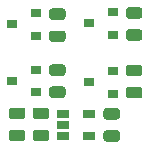
<source format=gbr>
%TF.GenerationSoftware,KiCad,Pcbnew,5.1.6-c6e7f7d~87~ubuntu20.04.1*%
%TF.CreationDate,2020-08-25T19:21:37-04:00*%
%TF.ProjectId,4_Channel_Level_Shifter,345f4368-616e-46e6-956c-5f4c6576656c,rev?*%
%TF.SameCoordinates,Original*%
%TF.FileFunction,Paste,Top*%
%TF.FilePolarity,Positive*%
%FSLAX46Y46*%
G04 Gerber Fmt 4.6, Leading zero omitted, Abs format (unit mm)*
G04 Created by KiCad (PCBNEW 5.1.6-c6e7f7d~87~ubuntu20.04.1) date 2020-08-25 19:21:37*
%MOMM*%
%LPD*%
G01*
G04 APERTURE LIST*
%ADD10R,1.060000X0.650000*%
%ADD11R,0.900000X0.800000*%
G04 APERTURE END LIST*
D10*
%TO.C,U1*%
X166000000Y-105050000D03*
X166000000Y-106950000D03*
X163800000Y-106950000D03*
X163800000Y-106000000D03*
X163800000Y-105050000D03*
%TD*%
%TO.C,R4*%
G36*
G01*
X170256250Y-97012500D02*
X169343750Y-97012500D01*
G75*
G02*
X169100000Y-96768750I0J243750D01*
G01*
X169100000Y-96281250D01*
G75*
G02*
X169343750Y-96037500I243750J0D01*
G01*
X170256250Y-96037500D01*
G75*
G02*
X170500000Y-96281250I0J-243750D01*
G01*
X170500000Y-96768750D01*
G75*
G02*
X170256250Y-97012500I-243750J0D01*
G01*
G37*
G36*
G01*
X170256250Y-98887500D02*
X169343750Y-98887500D01*
G75*
G02*
X169100000Y-98643750I0J243750D01*
G01*
X169100000Y-98156250D01*
G75*
G02*
X169343750Y-97912500I243750J0D01*
G01*
X170256250Y-97912500D01*
G75*
G02*
X170500000Y-98156250I0J-243750D01*
G01*
X170500000Y-98643750D01*
G75*
G02*
X170256250Y-98887500I-243750J0D01*
G01*
G37*
%TD*%
%TO.C,R3*%
G36*
G01*
X163756250Y-97112500D02*
X162843750Y-97112500D01*
G75*
G02*
X162600000Y-96868750I0J243750D01*
G01*
X162600000Y-96381250D01*
G75*
G02*
X162843750Y-96137500I243750J0D01*
G01*
X163756250Y-96137500D01*
G75*
G02*
X164000000Y-96381250I0J-243750D01*
G01*
X164000000Y-96868750D01*
G75*
G02*
X163756250Y-97112500I-243750J0D01*
G01*
G37*
G36*
G01*
X163756250Y-98987500D02*
X162843750Y-98987500D01*
G75*
G02*
X162600000Y-98743750I0J243750D01*
G01*
X162600000Y-98256250D01*
G75*
G02*
X162843750Y-98012500I243750J0D01*
G01*
X163756250Y-98012500D01*
G75*
G02*
X164000000Y-98256250I0J-243750D01*
G01*
X164000000Y-98743750D01*
G75*
G02*
X163756250Y-98987500I-243750J0D01*
G01*
G37*
%TD*%
%TO.C,R2*%
G36*
G01*
X170256250Y-101887500D02*
X169343750Y-101887500D01*
G75*
G02*
X169100000Y-101643750I0J243750D01*
G01*
X169100000Y-101156250D01*
G75*
G02*
X169343750Y-100912500I243750J0D01*
G01*
X170256250Y-100912500D01*
G75*
G02*
X170500000Y-101156250I0J-243750D01*
G01*
X170500000Y-101643750D01*
G75*
G02*
X170256250Y-101887500I-243750J0D01*
G01*
G37*
G36*
G01*
X170256250Y-103762500D02*
X169343750Y-103762500D01*
G75*
G02*
X169100000Y-103518750I0J243750D01*
G01*
X169100000Y-103031250D01*
G75*
G02*
X169343750Y-102787500I243750J0D01*
G01*
X170256250Y-102787500D01*
G75*
G02*
X170500000Y-103031250I0J-243750D01*
G01*
X170500000Y-103518750D01*
G75*
G02*
X170256250Y-103762500I-243750J0D01*
G01*
G37*
%TD*%
%TO.C,R1*%
G36*
G01*
X163756250Y-101850000D02*
X162843750Y-101850000D01*
G75*
G02*
X162600000Y-101606250I0J243750D01*
G01*
X162600000Y-101118750D01*
G75*
G02*
X162843750Y-100875000I243750J0D01*
G01*
X163756250Y-100875000D01*
G75*
G02*
X164000000Y-101118750I0J-243750D01*
G01*
X164000000Y-101606250D01*
G75*
G02*
X163756250Y-101850000I-243750J0D01*
G01*
G37*
G36*
G01*
X163756250Y-103725000D02*
X162843750Y-103725000D01*
G75*
G02*
X162600000Y-103481250I0J243750D01*
G01*
X162600000Y-102993750D01*
G75*
G02*
X162843750Y-102750000I243750J0D01*
G01*
X163756250Y-102750000D01*
G75*
G02*
X164000000Y-102993750I0J-243750D01*
G01*
X164000000Y-103481250D01*
G75*
G02*
X163756250Y-103725000I-243750J0D01*
G01*
G37*
%TD*%
D11*
%TO.C,Q4*%
X166000000Y-97400000D03*
X168000000Y-96450000D03*
X168000000Y-98350000D03*
%TD*%
%TO.C,Q3*%
X159500000Y-97500000D03*
X161500000Y-96550000D03*
X161500000Y-98450000D03*
%TD*%
%TO.C,Q2*%
X166000000Y-102400000D03*
X168000000Y-101450000D03*
X168000000Y-103350000D03*
%TD*%
%TO.C,Q1*%
X159500000Y-102300000D03*
X161500000Y-101350000D03*
X161500000Y-103250000D03*
%TD*%
%TO.C,C3*%
G36*
G01*
X167443750Y-106450000D02*
X168356250Y-106450000D01*
G75*
G02*
X168600000Y-106693750I0J-243750D01*
G01*
X168600000Y-107181250D01*
G75*
G02*
X168356250Y-107425000I-243750J0D01*
G01*
X167443750Y-107425000D01*
G75*
G02*
X167200000Y-107181250I0J243750D01*
G01*
X167200000Y-106693750D01*
G75*
G02*
X167443750Y-106450000I243750J0D01*
G01*
G37*
G36*
G01*
X167443750Y-104575000D02*
X168356250Y-104575000D01*
G75*
G02*
X168600000Y-104818750I0J-243750D01*
G01*
X168600000Y-105306250D01*
G75*
G02*
X168356250Y-105550000I-243750J0D01*
G01*
X167443750Y-105550000D01*
G75*
G02*
X167200000Y-105306250I0J243750D01*
G01*
X167200000Y-104818750D01*
G75*
G02*
X167443750Y-104575000I243750J0D01*
G01*
G37*
%TD*%
%TO.C,C2*%
G36*
G01*
X161443750Y-106412500D02*
X162356250Y-106412500D01*
G75*
G02*
X162600000Y-106656250I0J-243750D01*
G01*
X162600000Y-107143750D01*
G75*
G02*
X162356250Y-107387500I-243750J0D01*
G01*
X161443750Y-107387500D01*
G75*
G02*
X161200000Y-107143750I0J243750D01*
G01*
X161200000Y-106656250D01*
G75*
G02*
X161443750Y-106412500I243750J0D01*
G01*
G37*
G36*
G01*
X161443750Y-104537500D02*
X162356250Y-104537500D01*
G75*
G02*
X162600000Y-104781250I0J-243750D01*
G01*
X162600000Y-105268750D01*
G75*
G02*
X162356250Y-105512500I-243750J0D01*
G01*
X161443750Y-105512500D01*
G75*
G02*
X161200000Y-105268750I0J243750D01*
G01*
X161200000Y-104781250D01*
G75*
G02*
X161443750Y-104537500I243750J0D01*
G01*
G37*
%TD*%
%TO.C,C1*%
G36*
G01*
X159443750Y-106412500D02*
X160356250Y-106412500D01*
G75*
G02*
X160600000Y-106656250I0J-243750D01*
G01*
X160600000Y-107143750D01*
G75*
G02*
X160356250Y-107387500I-243750J0D01*
G01*
X159443750Y-107387500D01*
G75*
G02*
X159200000Y-107143750I0J243750D01*
G01*
X159200000Y-106656250D01*
G75*
G02*
X159443750Y-106412500I243750J0D01*
G01*
G37*
G36*
G01*
X159443750Y-104537500D02*
X160356250Y-104537500D01*
G75*
G02*
X160600000Y-104781250I0J-243750D01*
G01*
X160600000Y-105268750D01*
G75*
G02*
X160356250Y-105512500I-243750J0D01*
G01*
X159443750Y-105512500D01*
G75*
G02*
X159200000Y-105268750I0J243750D01*
G01*
X159200000Y-104781250D01*
G75*
G02*
X159443750Y-104537500I243750J0D01*
G01*
G37*
%TD*%
M02*

</source>
